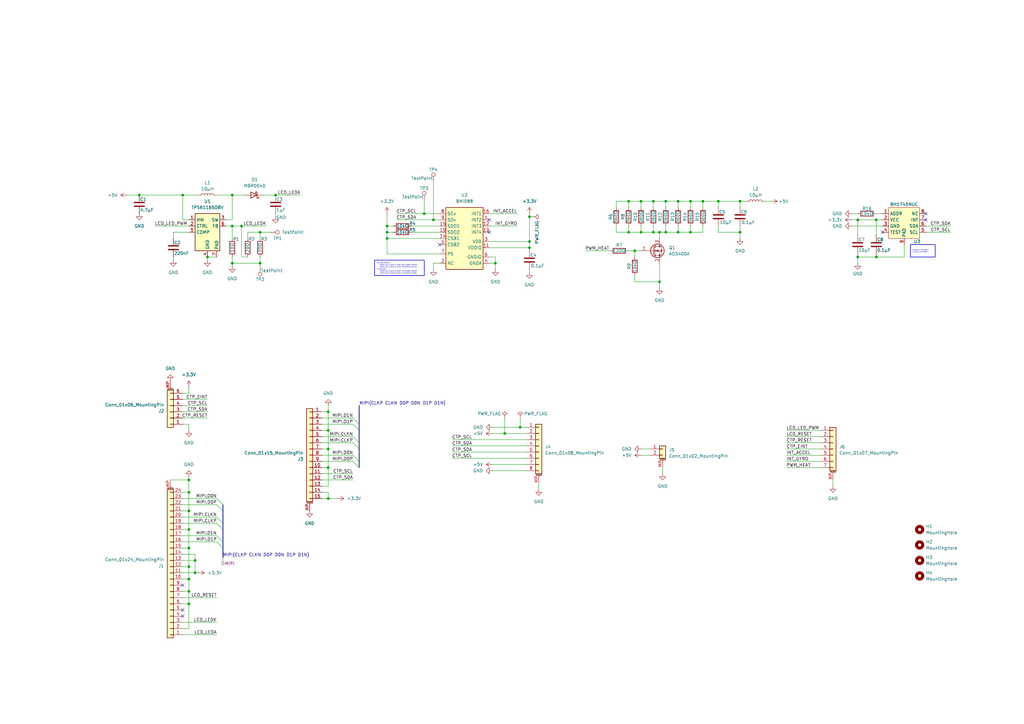
<source format=kicad_sch>
(kicad_sch (version 20250114) (generator "eeschema") (generator_version "9.0")
  (paper "A3")
  (title_block (title "ROCK_SCREEN") (date "2025-06-14"))
  (bus_alias "MIPI" (members "1" "2" "3"))
  (text_box "Address: 011100X\nX refers to ADDR" (exclude_from_sim yes) (at 373.38 100.33 0) (size 10.16 5.08) (margins 0.9525 0.9525 0.9525 0.9525) (stroke (width 0.254)) (fill (type color) (color 255 255 255 1)) (effects (font (size 0.508 0.508)) (justify left)))
  (text_box "Accelerometer:\n	SDO1 pin pulled to GND: 0011000b (0x18)\n	SDO1 pin pulled to VDD: 0011001b (0x19)\nGyroscope:\n	SDO2 pin pulled to GND: 1101000b (0x68)\n	SDO2 pin pulled to VDD: 1101001b (0x69)" (exclude_from_sim yes) (at 153.67 106.68 0) (size 20.32 6.35) (margins 0.9525 0.9525 0.9525 0.9525) (stroke (width 0.254)) (fill (type color) (color 255 255 255 1)) (effects (font (size 0.508 0.508)) (justify left)))
  (junction (at 106.68 95.25))
  (junction (at 217.17 88.9))
  (junction (at 351.79 90.17))
  (junction (at 158.75 95.25))
  (junction (at 77.47 196.85))
  (junction (at 134.62 191.77))
  (junction (at 288.29 82.55))
  (junction (at 95.25 92.71))
  (junction (at 95.25 80.01))
  (junction (at 303.53 95.25))
  (junction (at 270.51 95.25))
  (junction (at 77.47 247.65))
  (junction (at 77.47 209.55))
  (junction (at 85.09 105.41))
  (junction (at 77.47 217.17))
  (junction (at 134.62 204.47))
  (junction (at 77.47 201.93))
  (junction (at 257.81 95.25))
  (junction (at 303.53 82.55))
  (junction (at 173.99 87.63))
  (junction (at 99.06 92.71))
  (junction (at 278.13 82.55))
  (junction (at 80.01 229.87))
  (junction (at 158.75 92.71))
  (junction (at 113.03 80.01))
  (junction (at 278.13 95.25))
  (junction (at 74.93 80.01))
  (junction (at 77.47 224.79))
  (junction (at 217.17 101.6))
  (junction (at 359.41 90.17))
  (junction (at 260.35 102.87))
  (junction (at 134.62 168.91))
  (junction (at 57.15 80.01))
  (junction (at 257.81 82.55))
  (junction (at 213.36 175.26))
  (junction (at 134.62 176.53))
  (junction (at 95.25 107.95))
  (junction (at 217.17 99.06))
  (junction (at 80.01 234.95))
  (junction (at 273.05 82.55))
  (junction (at 294.64 82.55))
  (junction (at 106.68 107.95))
  (junction (at 283.21 95.25))
  (junction (at 351.79 105.41))
  (junction (at 359.41 105.41))
  (junction (at 273.05 95.25))
  (junction (at 262.89 95.25))
  (junction (at 262.89 82.55))
  (junction (at 267.97 82.55))
  (junction (at 283.21 82.55))
  (junction (at 77.47 237.49))
  (junction (at 203.2 107.95))
  (junction (at 207.01 177.8))
  (junction (at 134.62 184.15))
  (junction (at 270.51 115.57))
  (junction (at 177.8 90.17))
  (junction (at 158.75 97.79))
  (junction (at 267.97 95.25))
  (junction (at 77.47 242.57))
  (junction (at 77.47 232.41))
  (no_connect (at 180.34 100.33))
  (no_connect (at 379.73 90.17))
  (no_connect (at 74.93 250.19))
  (no_connect (at 379.73 87.63))
  (no_connect (at 74.93 252.73))
  (no_connect (at 200.66 90.17))
  (no_connect (at 74.93 240.03))
  (no_connect (at 200.66 95.25))
  (no_connect (at 361.95 95.25))
  (bus_entry (at 144.78 171.45) (size 2.54 2.54))
  (bus_entry (at 88.9 214.63) (size 2.54 2.54))
  (bus_entry (at 144.78 181.61) (size 2.54 2.54))
  (bus_entry (at 144.78 173.99) (size 2.54 2.54))
  (bus_entry (at 144.78 189.23) (size 2.54 2.54))
  (bus_entry (at 88.9 222.25) (size 2.54 2.54))
  (bus_entry (at 88.9 207.01) (size 2.54 2.54))
  (bus_entry (at 88.9 219.71) (size 2.54 2.54))
  (bus_entry (at 88.9 212.09) (size 2.54 2.54))
  (bus_entry (at 144.78 186.69) (size 2.54 2.54))
  (bus_entry (at 88.9 204.47) (size 2.54 2.54))
  (bus_entry (at 144.78 179.07) (size 2.54 2.54))
  (bus (pts (xy 147.32 184.15) (xy 147.32 189.23)))
  (wire (pts (xy 217.17 87.63) (xy 217.17 88.9)))
  (wire (pts (xy 95.25 92.71) (xy 95.25 97.79)))
  (wire (pts (xy 101.6 95.25) (xy 106.68 95.25)))
  (wire (pts (xy 132.08 196.85) (xy 144.78 196.85)))
  (wire (pts (xy 158.75 92.71) (xy 161.29 92.71)))
  (wire (pts (xy 80.01 229.87) (xy 74.93 229.87)))
  (wire (pts (xy 283.21 82.55) (xy 288.29 82.55)))
  (wire (pts (xy 158.75 87.63) (xy 158.75 92.71)))
  (wire (pts (xy 134.62 184.15) (xy 134.62 191.77)))
  (wire (pts (xy 95.25 107.95) (xy 95.25 109.22)))
  (wire (pts (xy 77.47 196.85) (xy 77.47 201.93)))
  (bus (pts (xy 91.44 217.17) (xy 91.44 222.25)))
  (wire (pts (xy 106.68 107.95) (xy 95.25 107.95)))
  (wire (pts (xy 88.9 204.47) (xy 74.93 204.47)))
  (wire (pts (xy 77.47 247.65) (xy 77.47 242.57)))
  (wire (pts (xy 134.62 204.47) (xy 134.62 201.93)))
  (wire (pts (xy 177.8 74.93) (xy 177.8 90.17)))
  (wire (pts (xy 77.47 161.29) (xy 77.47 158.75)))
  (wire (pts (xy 95.25 105.41) (xy 95.25 107.95)))
  (wire (pts (xy 99.06 92.71) (xy 109.22 92.71)))
  (wire (pts (xy 132.08 194.31) (xy 144.78 194.31)))
  (wire (pts (xy 77.47 224.79) (xy 77.47 217.17)))
  (wire (pts (xy 349.25 90.17) (xy 351.79 90.17)))
  (wire (pts (xy 283.21 95.25) (xy 288.29 95.25)))
  (wire (pts (xy 322.58 186.69) (xy 336.55 186.69)))
  (wire (pts (xy 77.47 224.79) (xy 74.93 224.79)))
  (wire (pts (xy 158.75 97.79) (xy 158.75 104.14)))
  (wire (pts (xy 110.49 95.25) (xy 106.68 95.25)))
  (wire (pts (xy 349.25 87.63) (xy 351.79 87.63)))
  (wire (pts (xy 80.01 229.87) (xy 80.01 227.33)))
  (wire (pts (xy 132.08 173.99) (xy 144.78 173.99)))
  (wire (pts (xy 162.56 90.17) (xy 177.8 90.17)))
  (wire (pts (xy 71.12 95.25) (xy 71.12 97.79)))
  (wire (pts (xy 322.58 179.07) (xy 336.55 179.07)))
  (wire (pts (xy 351.79 90.17) (xy 359.41 90.17)))
  (wire (pts (xy 322.58 191.77) (xy 336.55 191.77)))
  (wire (pts (xy 379.73 95.25) (xy 389.89 95.25)))
  (wire (pts (xy 260.35 113.03) (xy 260.35 115.57)))
  (wire (pts (xy 74.93 161.29) (xy 77.47 161.29)))
  (wire (pts (xy 252.73 82.55) (xy 257.81 82.55)))
  (wire (pts (xy 288.29 82.55) (xy 288.29 85.09)))
  (wire (pts (xy 77.47 237.49) (xy 74.93 237.49)))
  (wire (pts (xy 322.58 176.53) (xy 336.55 176.53)))
  (wire (pts (xy 77.47 201.93) (xy 74.93 201.93)))
  (wire (pts (xy 313.69 82.55) (xy 316.23 82.55)))
  (wire (pts (xy 77.47 95.25) (xy 71.12 95.25)))
  (wire (pts (xy 351.79 90.17) (xy 351.79 96.52)))
  (wire (pts (xy 359.41 90.17) (xy 361.95 90.17)))
  (wire (pts (xy 132.08 204.47) (xy 134.62 204.47)))
  (wire (pts (xy 88.9 207.01) (xy 74.93 207.01)))
  (wire (pts (xy 52.07 80.01) (xy 57.15 80.01)))
  (wire (pts (xy 379.73 92.71) (xy 389.89 92.71)))
  (wire (pts (xy 270.51 95.25) (xy 273.05 95.25)))
  (wire (pts (xy 77.47 242.57) (xy 74.93 242.57)))
  (wire (pts (xy 106.68 105.41) (xy 106.68 107.95)))
  (wire (pts (xy 218.44 88.9) (xy 217.17 88.9)))
  (wire (pts (xy 77.47 232.41) (xy 74.93 232.41)))
  (wire (pts (xy 278.13 82.55) (xy 283.21 82.55)))
  (wire (pts (xy 185.42 182.88) (xy 215.9 182.88)))
  (wire (pts (xy 262.89 95.25) (xy 262.89 92.71)))
  (wire (pts (xy 99.06 92.71) (xy 99.06 105.41)))
  (bus (pts (xy 147.32 176.53) (xy 147.32 181.61)))
  (wire (pts (xy 162.56 87.63) (xy 173.99 87.63)))
  (wire (pts (xy 217.17 99.06) (xy 217.17 101.6)))
  (wire (pts (xy 283.21 95.25) (xy 283.21 92.71)))
  (wire (pts (xy 77.47 242.57) (xy 77.47 237.49)))
  (wire (pts (xy 278.13 82.55) (xy 278.13 85.09)))
  (wire (pts (xy 359.41 90.17) (xy 359.41 96.52)))
  (wire (pts (xy 273.05 82.55) (xy 278.13 82.55)))
  (wire (pts (xy 88.9 260.35) (xy 74.93 260.35)))
  (wire (pts (xy 303.53 95.25) (xy 303.53 92.71)))
  (wire (pts (xy 217.17 101.6) (xy 200.66 101.6)))
  (wire (pts (xy 257.81 82.55) (xy 262.89 82.55)))
  (wire (pts (xy 132.08 181.61) (xy 144.78 181.61)))
  (wire (pts (xy 257.81 102.87) (xy 260.35 102.87)))
  (wire (pts (xy 85.09 168.91) (xy 74.93 168.91)))
  (wire (pts (xy 271.78 194.31) (xy 271.78 191.77)))
  (bus (pts (xy 91.44 207.01) (xy 91.44 209.55)))
  (wire (pts (xy 207.01 171.45) (xy 207.01 177.8)))
  (wire (pts (xy 107.95 80.01) (xy 113.03 80.01)))
  (wire (pts (xy 134.62 168.91) (xy 134.62 176.53)))
  (wire (pts (xy 92.71 90.17) (xy 95.25 90.17)))
  (wire (pts (xy 200.66 87.63) (xy 212.09 87.63)))
  (wire (pts (xy 77.47 195.58) (xy 77.47 196.85)))
  (wire (pts (xy 341.63 199.39) (xy 341.63 196.85)))
  (bus (pts (xy 147.32 166.37) (xy 147.32 173.99)))
  (wire (pts (xy 106.68 109.22) (xy 106.68 107.95)))
  (wire (pts (xy 260.35 102.87) (xy 262.89 102.87)))
  (wire (pts (xy 322.58 184.15) (xy 336.55 184.15)))
  (wire (pts (xy 88.9 219.71) (xy 74.93 219.71)))
  (wire (pts (xy 217.17 101.6) (xy 217.17 102.87)))
  (wire (pts (xy 158.75 92.71) (xy 158.75 95.25)))
  (wire (pts (xy 101.6 97.79) (xy 101.6 95.25)))
  (wire (pts (xy 185.42 185.42) (xy 215.9 185.42)))
  (wire (pts (xy 88.9 255.27) (xy 74.93 255.27)))
  (wire (pts (xy 134.62 201.93) (xy 132.08 201.93)))
  (wire (pts (xy 322.58 189.23) (xy 336.55 189.23)))
  (wire (pts (xy 77.47 176.53) (xy 77.47 173.99)))
  (bus (pts (xy 91.44 214.63) (xy 91.44 217.17)))
  (wire (pts (xy 217.17 111.76) (xy 217.17 110.49)))
  (bus (pts (xy 91.44 209.55) (xy 91.44 214.63)))
  (wire (pts (xy 351.79 105.41) (xy 351.79 104.14)))
  (wire (pts (xy 99.06 105.41) (xy 101.6 105.41)))
  (bus (pts (xy 147.32 181.61) (xy 147.32 184.15)))
  (wire (pts (xy 273.05 82.55) (xy 273.05 85.09)))
  (wire (pts (xy 273.05 95.25) (xy 278.13 95.25)))
  (wire (pts (xy 217.17 99.06) (xy 200.66 99.06)))
  (wire (pts (xy 85.09 163.83) (xy 74.93 163.83)))
  (wire (pts (xy 288.29 95.25) (xy 288.29 92.71)))
  (wire (pts (xy 113.03 80.01) (xy 123.19 80.01)))
  (wire (pts (xy 252.73 95.25) (xy 252.73 92.71)))
  (wire (pts (xy 294.64 85.09) (xy 294.64 82.55)))
  (wire (pts (xy 200.66 107.95) (xy 203.2 107.95)))
  (wire (pts (xy 80.01 227.33) (xy 74.93 227.33)))
  (wire (pts (xy 185.42 187.96) (xy 215.9 187.96)))
  (wire (pts (xy 303.53 85.09) (xy 303.53 82.55)))
  (bus (pts (xy 147.32 173.99) (xy 147.32 176.53)))
  (wire (pts (xy 270.51 95.25) (xy 270.51 97.79)))
  (wire (pts (xy 80.01 234.95) (xy 80.01 229.87)))
  (wire (pts (xy 201.93 193.04) (xy 215.9 193.04)))
  (wire (pts (xy 294.64 95.25) (xy 303.53 95.25)))
  (wire (pts (xy 270.51 118.11) (xy 270.51 115.57)))
  (wire (pts (xy 77.47 257.81) (xy 77.47 247.65)))
  (wire (pts (xy 220.98 200.66) (xy 220.98 198.12)))
  (wire (pts (xy 173.99 87.63) (xy 180.34 87.63)))
  (wire (pts (xy 180.34 107.95) (xy 177.8 107.95)))
  (wire (pts (xy 77.47 217.17) (xy 74.93 217.17)))
  (wire (pts (xy 134.62 191.77) (xy 134.62 199.39)))
  (wire (pts (xy 267.97 95.25) (xy 267.97 92.71)))
  (wire (pts (xy 370.84 105.41) (xy 359.41 105.41)))
  (wire (pts (xy 267.97 95.25) (xy 270.51 95.25)))
  (wire (pts (xy 267.97 82.55) (xy 267.97 85.09)))
  (wire (pts (xy 370.84 100.33) (xy 370.84 105.41)))
  (wire (pts (xy 303.53 82.55) (xy 294.64 82.55)))
  (wire (pts (xy 303.53 97.79) (xy 303.53 95.25)))
  (wire (pts (xy 349.25 92.71) (xy 361.95 92.71)))
  (wire (pts (xy 134.62 176.53) (xy 134.62 184.15)))
  (wire (pts (xy 262.89 184.15) (xy 266.7 184.15)))
  (wire (pts (xy 85.09 106.68) (xy 85.09 105.41)))
  (wire (pts (xy 351.79 107.95) (xy 351.79 105.41)))
  (wire (pts (xy 77.47 217.17) (xy 77.47 209.55)))
  (wire (pts (xy 158.75 95.25) (xy 158.75 97.79)))
  (wire (pts (xy 77.47 209.55) (xy 77.47 201.93)))
  (wire (pts (xy 92.71 92.71) (xy 95.25 92.71)))
  (wire (pts (xy 267.97 82.55) (xy 273.05 82.55)))
  (wire (pts (xy 177.8 90.17) (xy 180.34 90.17)))
  (wire (pts (xy 77.47 237.49) (xy 77.47 232.41)))
  (wire (pts (xy 168.91 95.25) (xy 180.34 95.25)))
  (wire (pts (xy 88.9 80.01) (xy 95.25 80.01)))
  (wire (pts (xy 81.28 234.95) (xy 80.01 234.95)))
  (wire (pts (xy 203.2 107.95) (xy 203.2 110.49)))
  (wire (pts (xy 262.89 82.55) (xy 262.89 85.09)))
  (wire (pts (xy 74.93 80.01) (xy 81.28 80.01)))
  (wire (pts (xy 201.93 190.5) (xy 215.9 190.5)))
  (wire (pts (xy 273.05 95.25) (xy 273.05 92.71)))
  (wire (pts (xy 252.73 82.55) (xy 252.73 85.09)))
  (wire (pts (xy 88.9 222.25) (xy 74.93 222.25)))
  (wire (pts (xy 134.62 166.37) (xy 134.62 168.91)))
  (wire (pts (xy 185.42 180.34) (xy 215.9 180.34)))
  (wire (pts (xy 158.75 104.14) (xy 180.34 104.14)))
  (wire (pts (xy 77.47 247.65) (xy 74.93 247.65)))
  (wire (pts (xy 168.91 92.71) (xy 180.34 92.71)))
  (wire (pts (xy 257.81 95.25) (xy 262.89 95.25)))
  (wire (pts (xy 262.89 82.55) (xy 267.97 82.55)))
  (wire (pts (xy 134.62 204.47) (xy 138.43 204.47)))
  (wire (pts (xy 278.13 95.25) (xy 283.21 95.25)))
  (bus (pts (xy 147.32 189.23) (xy 147.32 191.77)))
  (wire (pts (xy 257.81 82.55) (xy 257.81 85.09)))
  (wire (pts (xy 207.01 177.8) (xy 215.9 177.8)))
  (bus (pts (xy 91.44 228.6) (xy 91.44 224.79)))
  (wire (pts (xy 77.47 209.55) (xy 74.93 209.55)))
  (wire (pts (xy 132.08 186.69) (xy 144.78 186.69)))
  (wire (pts (xy 260.35 115.57) (xy 270.51 115.57)))
  (wire (pts (xy 158.75 97.79) (xy 180.34 97.79)))
  (wire (pts (xy 132.08 189.23) (xy 144.78 189.23)))
  (wire (pts (xy 359.41 87.63) (xy 361.95 87.63)))
  (wire (pts (xy 85.09 105.41) (xy 88.9 105.41)))
  (wire (pts (xy 132.08 171.45) (xy 144.78 171.45)))
  (bus (pts (xy 91.44 222.25) (xy 91.44 224.79)))
  (wire (pts (xy 57.15 80.01) (xy 74.93 80.01)))
  (wire (pts (xy 213.36 171.45) (xy 213.36 175.26)))
  (wire (pts (xy 262.89 186.69) (xy 266.7 186.69)))
  (wire (pts (xy 71.12 106.68) (xy 71.12 105.41)))
  (wire (pts (xy 132.08 168.91) (xy 134.62 168.91)))
  (wire (pts (xy 252.73 95.25) (xy 257.81 95.25)))
  (wire (pts (xy 213.36 175.26) (xy 215.9 175.26)))
  (wire (pts (xy 351.79 105.41) (xy 359.41 105.41)))
  (wire (pts (xy 113.03 88.9) (xy 113.03 87.63)))
  (wire (pts (xy 132.08 199.39) (xy 134.62 199.39)))
  (wire (pts (xy 74.93 90.17) (xy 74.93 80.01)))
  (wire (pts (xy 294.64 82.55) (xy 288.29 82.55)))
  (wire (pts (xy 132.08 179.07) (xy 144.78 179.07)))
  (wire (pts (xy 132.08 176.53) (xy 134.62 176.53)))
  (wire (pts (xy 132.08 191.77) (xy 134.62 191.77)))
  (wire (pts (xy 95.25 90.17) (xy 95.25 80.01)))
  (wire (pts (xy 240.03 102.87) (xy 250.19 102.87)))
  (wire (pts (xy 95.25 80.01) (xy 100.33 80.01)))
  (wire (pts (xy 106.68 95.25) (xy 106.68 97.79)))
  (wire (pts (xy 74.93 173.99) (xy 77.47 173.99)))
  (wire (pts (xy 262.89 95.25) (xy 267.97 95.25)))
  (wire (pts (xy 283.21 82.55) (xy 283.21 85.09)))
  (wire (pts (xy 201.93 177.8) (xy 207.01 177.8)))
  (wire (pts (xy 88.9 212.09) (xy 74.93 212.09)))
  (wire (pts (xy 77.47 257.81) (xy 74.93 257.81)))
  (wire (pts (xy 95.25 92.71) (xy 99.06 92.71)))
  (wire (pts (xy 80.01 234.95) (xy 74.93 234.95)))
  (wire (pts (xy 260.35 102.87) (xy 260.35 105.41)))
  (wire (pts (xy 77.47 90.17) (xy 74.93 90.17)))
  (wire (pts (xy 177.8 107.95) (xy 177.8 110.49)))
  (wire (pts (xy 322.58 181.61) (xy 336.55 181.61)))
  (wire (pts (xy 173.99 82.55) (xy 173.99 87.63)))
  (wire (pts (xy 200.66 92.71) (xy 212.09 92.71)))
  (wire (pts (xy 217.17 88.9) (xy 217.17 99.06)))
  (wire (pts (xy 85.09 171.45) (xy 74.93 171.45)))
  (wire (pts (xy 294.64 95.25) (xy 294.64 92.71)))
  (wire (pts (xy 69.85 196.85) (xy 77.47 196.85)))
  (wire (pts (xy 200.66 105.41) (xy 203.2 105.41)))
  (wire (pts (xy 85.09 166.37) (xy 74.93 166.37)))
  (wire (pts (xy 201.93 175.26) (xy 213.36 175.26)))
  (wire (pts (xy 278.13 95.25) (xy 278.13 92.71)))
  (wire (pts (xy 132.08 184.15) (xy 134.62 184.15)))
  (wire (pts (xy 203.2 105.41) (xy 203.2 107.95)))
  (wire (pts (xy 88.9 245.11) (xy 74.93 245.11)))
  (wire (pts (xy 88.9 214.63) (xy 74.93 214.63)))
  (wire (pts (xy 359.41 104.14) (xy 359.41 105.41)))
  (wire (pts (xy 77.47 92.71) (xy 63.5 92.71)))
  (wire (pts (xy 257.81 95.25) (xy 257.81 92.71)))
  (wire (pts (xy 270.51 107.95) (xy 270.51 115.57)))
  (wire (pts (xy 158.75 95.25) (xy 161.29 95.25)))
  (wire (pts (xy 303.53 82.55) (xy 306.07 82.55)))
  (wire (pts (xy 77.47 232.41) (xy 77.47 224.79)))
  (label "INT_ACCEL" (at 212.09 87.63 180))
  (label "LCD_RESET" (at 322.58 179.07 0))
  (label "CTP_SDA" (at 389.89 92.71 180))
  (label "LCD_RESET" (at 88.9 245.11 180))
  (label "CTP_SDA" (at 162.56 90.17 0))
  (label "CTP_SCL" (at 185.42 180.34 0))
  (label "MIPI.D1N" (at 144.78 171.45 180))
  (label "INT_ACCEL" (at 322.58 186.69 0))
  (label "PWM_HEAT" (at 322.58 191.77 0))
  (label "MIPI.CLKP" (at 144.78 181.61 180))
  (label "CTP_SDA" (at 185.42 182.88 0))
  (label "CTP_SDA" (at 85.09 168.91 180))
  (label "LCD_LEDA" (at 123.19 80.01 180))
  (label "MIPI.D0N" (at 144.78 186.69 180))
  (label "LCD_LEDK" (at 88.9 255.27 180))
  (label "MIPI.D1N" (at 88.9 219.71 180))
  (label "MIPI.D0N" (at 88.9 204.47 180))
  (label "CTP_EINT" (at 85.09 163.83 180))
  (label "CTP_SCL" (at 144.78 194.31 180))
  (label "MIPI.D1P" (at 144.78 173.99 180))
  (label "MIPI.CLKP" (at 88.9 214.63 180))
  (label "CTP_SCL" (at 85.09 166.37 180))
  (label "CTP_EINT" (at 322.58 184.15 0))
  (label "CTP_SDA" (at 185.42 185.42 0))
  (label "CTP_SCL" (at 162.56 87.63 0))
  (label "MIPI.CLKN" (at 88.9 212.09 180))
  (label "CTP_RESET" (at 85.09 171.45 180))
  (label "CTP_SCL" (at 389.89 95.25 180))
  (label "MIPI{CLKP CLKN D0P D0N D1P D1N} " (at 147.32 166.37 0))
  (label "LCD_LEDA" (at 88.9 260.35 180))
  (label "INT_GYRO" (at 212.09 92.71 180))
  (label "MIPI.D1P" (at 88.9 222.25 180))
  (label "MIPI.D0P" (at 144.78 189.23 180))
  (label "CTP_SDA" (at 144.78 196.85 180))
  (label "LCD_LEDK" (at 109.22 92.71 180))
  (label "LCD_LED_PWM" (at 63.5 92.71 0))
  (label "CTP_RESET" (at 322.58 181.61 0))
  (label "INT_GYRO" (at 322.58 189.23 0))
  (label "MIPI{CLKP CLKN D0P D0N D1P D1N} " (at 91.44 228.6 0))
  (label "MIPI.CLKN" (at 144.78 179.07 180))
  (label "CTP_SCL" (at 185.42 187.96 0))
  (label "MIPI.D0P" (at 88.9 207.01 180))
  (label "LCD_LED_PWM" (at 322.58 176.53 0))
  (label "PWM_HEAT" (at 240.03 102.87 0))
  (netclass_flag "" (length 2.54) (shape round) (at 91.44 228.6 180) (property "Netclass" "MIPI" (at 92.1385 231.14 0) (effects (justify left))))
  (symbol (lib_id "Connector:TestPoint") (at 110.49 95.25 270) (unit 1)
    (property "Reference" "TP1" (at 112.014 97.79 90) (effects (justify left)))
    (property "Value" "TestPoint" (at 115.57 95.25 90) (effects (justify left)))
    (property "Footprint" "TestPoint:TestPoint_Pad_D1.0mm" (effects (hide yes)))
    (property "Description" "test point" (effects (hide yes)))
  )
  (symbol (lib_id "Device:R") (at 283.21 88.9 180) (unit 1)
    (property "Reference" "R14" (at 280.924 88.9 90))
    (property "Value" "360Ω" (at 283.21 88.9 90))
    (property "Footprint" "Resistor_SMD:R_0402_1005Metric" (effects (hide yes)))
    (property "Description" "Resistor" (effects (hide yes)))
  )
  (symbol (lib_id "power:+3.3V") (at 349.25 90.17 90) (unit 1)
    (property "Reference" "#PWR032" (effects (hide yes)))
    (property "Value" "+3.3V" (at 345.44 90.1699 90) (effects (justify left)))
    (property "Description" "Power symbol creates a global label with name \"+3.3V\"" (effects (hide yes)))
  )
  (symbol (lib_id "power:GND") (at 77.47 195.58 180) (unit 1)
    (property "Reference" "#PWR07" (effects (hide yes)))
    (property "Value" "GND" (at 77.47 190.5 0))
    (property "Description" "Power symbol creates a global label with name \"GND\" , ground" (effects (hide yes)))
  )
  (symbol (lib_id "power:+5V") (at 201.93 177.8 90) (unit 1)
    (property "Reference" "#PWR024" (effects (hide yes)))
    (property "Value" "+5V" (at 198.12 177.7999 90) (effects (justify left)))
    (property "Description" "Power symbol creates a global label with name \"+5V\"" (effects (hide yes)))
  )
  (symbol (lib_id "Device:R") (at 260.35 109.22 180) (unit 1)
    (property "Reference" "R9" (at 258.064 109.22 90))
    (property "Value" "10kΩ" (at 260.35 109.22 90))
    (property "Footprint" "Resistor_SMD:R_0402_1005Metric" (effects (hide yes)))
    (property "Description" "Resistor" (effects (hide yes)))
  )
  (symbol (lib_id "power:GND") (at 270.51 118.11 0) (unit 1)
    (property "Reference" "#PWR020" (effects (hide yes)))
    (property "Value" "GND" (at 270.51 123.19 0))
    (property "Description" "Power symbol creates a global label with name \"GND\" , ground" (effects (hide yes)))
  )
  (symbol (lib_id "Device:R") (at 95.25 101.6 0) (unit 1)
    (property "Reference" "R1" (at 95.504 98.044 0) (effects (justify left)))
    (property "Value" "10Ω" (at 95.25 103.632 90) (effects (justify left)))
    (property "Footprint" "Resistor_SMD:R_0402_1005Metric" (effects (hide yes)))
    (property "Description" "Resistor" (effects (hide yes)))
  )
  (symbol (lib_id "power:+3.3V") (at 158.75 87.63 0) (unit 1)
    (property "Reference" "#PWR015" (effects (hide yes)))
    (property "Value" "+3.3V" (at 158.75 82.55 0))
    (property "Description" "Power symbol creates a global label with name \"+3.3V\"" (effects (hide yes)))
  )
  (symbol (lib_id "Connector:TestPoint") (at 173.99 82.55 0) (unit 1)
    (property "Reference" "TP3" (at 175.768 77.216 0) (effects (justify right)))
    (property "Value" "TestPoint" (at 173.736 80.772 0) (effects (justify right)))
    (property "Footprint" "TestPoint:TestPoint_Pad_D1.0mm" (effects (hide yes)))
    (property "Description" "test point" (effects (hide yes)))
  )
  (symbol (lib_id "Device:R") (at 257.81 88.9 180) (unit 1)
    (property "Reference" "R8" (at 255.524 88.9 90))
    (property "Value" "360Ω" (at 257.81 88.9 90))
    (property "Footprint" "Resistor_SMD:R_0402_1005Metric" (effects (hide yes)))
    (property "Description" "Resistor" (effects (hide yes)))
  )
  (symbol (lib_id "power:+5V") (at 262.89 186.69 90) (unit 1)
    (property "Reference" "#PWR029" (effects (hide yes)))
    (property "Value" "+5V" (at 259.08 186.6899 90) (effects (justify left)))
    (property "Description" "Power symbol creates a global label with name \"+5V\"" (effects (hide yes)))
  )
  (symbol (lib_id "Device:C") (at 359.41 100.33 0) (unit 1)
    (property "Reference" "C8" (at 359.664 98.298 0) (effects (justify left)))
    (property "Value" "0.1µF" (at 359.664 102.616 0) (effects (justify left)))
    (property "Footprint" "Capacitor_SMD:C_0402_1005Metric" (effects (hide yes)))
    (property "Description" "Unpolarized capacitor" (effects (hide yes)))
  )
  (symbol (lib_id "power:+3.3V") (at 81.28 234.95 270) (unit 1)
    (property "Reference" "#PWR08" (effects (hide yes)))
    (property "Value" "+3.3V" (at 85.09 234.9501 90) (effects (justify left)))
    (property "Description" "Power symbol creates a global label with name \"+3.3V\"" (effects (hide yes)))
  )
  (symbol (lib_id "Device:C") (at 71.12 101.6 0) (unit 1)
    (property "Reference" "C2" (at 71.374 99.568 0) (effects (justify left)))
    (property "Value" "220nF" (at 71.374 103.886 0) (effects (justify left)))
    (property "Footprint" "Capacitor_SMD:C_0402_1005Metric" (effects (hide yes)))
    (property "Description" "Unpolarized capacitor" (effects (hide yes)))
  )
  (symbol (lib_id "power:+5V") (at 201.93 190.5 90) (unit 1)
    (property "Reference" "#PWR025" (effects (hide yes)))
    (property "Value" "+5V" (at 198.12 190.4999 90) (effects (justify left)))
    (property "Description" "Power symbol creates a global label with name \"+5V\"" (effects (hide yes)))
  )
  (symbol (lib_id "power:GND") (at 69.85 156.21 180) (unit 1)
    (property "Reference" "#PWR09" (effects (hide yes)))
    (property "Value" "GND" (at 69.85 151.13 0))
    (property "Description" "Power symbol creates a global label with name \"GND\" , ground" (effects (hide yes)))
  )
  (symbol (lib_id "power:GND") (at 351.79 107.95 0) (mirror y) (unit 1)
    (property "Reference" "#PWR034" (effects (hide yes)))
    (property "Value" "GND" (at 349.758 112.268 0) (effects (justify right)))
    (property "Description" "Power symbol creates a global label with name \"GND\" , ground" (effects (hide yes)))
  )
  (symbol (lib_id "Device:C") (at 351.79 100.33 0) (unit 1)
    (property "Reference" "C7" (at 352.044 98.298 0) (effects (justify left)))
    (property "Value" "10µF" (at 352.044 102.616 0) (effects (justify left)))
    (property "Footprint" "Capacitor_SMD:C_0402_1005Metric" (effects (hide yes)))
    (property "Description" "Unpolarized capacitor" (effects (hide yes)))
  )
  (symbol (lib_id "Diode:MBR0540") (at 104.14 80.01 180) (unit 1)
    (property "Reference" "D1" (at 104.4575 73.66 0))
    (property "Value" "MBR0540" (at 104.4575 76.2 0))
    (property "Footprint" "Diode_SMD:D_SOD-123" (effects (hide yes)))
    (property "Datasheet" "http://www.mccsemi.com/up_pdf/MBR0520~MBR0580(SOD123).pdf" (effects (hide yes)))
    (property "Description" "40V 0.5A Schottky Power Rectifier Diode, SOD-123" (effects (hide yes)))
  )
  (symbol (lib_id "power:GND") (at 220.98 200.66 0) (unit 1)
    (property "Reference" "#PWR027" (effects (hide yes)))
    (property "Value" "GND" (at 220.98 205.74 0))
    (property "Description" "Power symbol creates a global label with name \"GND\" , ground" (effects (hide yes)))
  )
  (symbol (lib_id "Connector:TestPoint") (at 177.8 74.93 0) (unit 1)
    (property "Reference" "TP4" (at 179.578 69.596 0) (effects (justify right)))
    (property "Value" "TestPoint" (at 177.546 73.152 0) (effects (justify right)))
    (property "Footprint" "TestPoint:TestPoint_Pad_D1.0mm" (effects (hide yes)))
    (property "Description" "test point" (effects (hide yes)))
  )
  (symbol (lib_id "power:GND") (at 349.25 92.71 270) (mirror x) (unit 1)
    (property "Reference" "#PWR033" (effects (hide yes)))
    (property "Value" "GND" (at 345.44 92.7101 90) (effects (justify right)))
    (property "Description" "Power symbol creates a global label with name \"GND\" , ground" (effects (hide yes)))
  )
  (symbol (lib_id "Device:R") (at 262.89 88.9 180) (unit 1)
    (property "Reference" "R10" (at 260.604 88.9 90))
    (property "Value" "360Ω" (at 262.89 88.9 90))
    (property "Footprint" "Resistor_SMD:R_0402_1005Metric" (effects (hide yes)))
    (property "Description" "Resistor" (effects (hide yes)))
  )
  (symbol (lib_id "Device:C") (at 57.15 83.82 0) (unit 1)
    (property "Reference" "C1" (at 57.404 81.788 0) (effects (justify left)))
    (property "Value" "4.7µF" (at 57.404 86.106 0) (effects (justify left)))
    (property "Footprint" "Capacitor_SMD:C_0402_1005Metric" (effects (hide yes)))
    (property "Description" "Unpolarized capacitor" (effects (hide yes)))
  )
  (symbol (lib_id "Device:C") (at 217.17 106.68 0) (unit 1)
    (property "Reference" "C4" (at 217.424 104.648 0) (effects (justify left)))
    (property "Value" "0.1μF" (at 217.678 108.966 0) (effects (justify left)))
    (property "Footprint" "Capacitor_SMD:C_0402_1005Metric" (effects (hide yes)))
    (property "Description" "Unpolarized capacitor" (effects (hide yes)))
  )
  (symbol (lib_id "Connector_Generic_MountingPin:Conn_01x24_MountingPin") (at 69.85 232.41 180) (unit 1)
    (property "Reference" "J1" (at 67.31 232.0545 0) (effects (justify left)))
    (property "Value" "Conn_01x24_MountingPin" (at 67.31 229.5145 0) (effects (justify left)))
    (property "Footprint" "Connector_FFC-FPC:Jushuo_AFC07-S24FCA-00_1x24-1MP_P0.50_Horizontal" (effects (hide yes)))
    (property "Description" "Generic connectable mounting pin connector, single row, 01x24, script generated (kicad-library-utils/schlib/autogen/connector/)" (effects (hide yes)))
  )
  (symbol (lib_id "power:GND") (at 95.25 109.22 0) (unit 1)
    (property "Reference" "#PWR05" (effects (hide yes)))
    (property "Value" "GND" (at 95.25 114.3 0))
    (property "Description" "Power symbol creates a global label with name \"GND\" , ground" (effects (hide yes)))
  )
  (symbol (lib_id "Device:R") (at 273.05 88.9 180) (unit 1)
    (property "Reference" "R12" (at 270.764 88.9 90))
    (property "Value" "360Ω" (at 273.05 88.9 90))
    (property "Footprint" "Resistor_SMD:R_0402_1005Metric" (effects (hide yes)))
    (property "Description" "Resistor" (effects (hide yes)))
  )
  (symbol (lib_id "power:GND") (at 177.8 110.49 0) (unit 1)
    (property "Reference" "#PWR016" (effects (hide yes)))
    (property "Value" "GND" (at 177.8 115.57 0))
    (property "Description" "Power symbol creates a global label with name \"GND\" , ground" (effects (hide yes)))
  )
  (symbol (lib_id "Mechanical:MountingHole") (at 377.19 223.52 0) (unit 1) (in_bom no)
    (property "Reference" "H2" (at 379.73 222.2499 0) (effects (justify left)))
    (property "Value" "MountingHole" (at 379.73 224.7899 0) (effects (justify left)))
    (property "Footprint" "MountingHole:MountingHole_2.7mm_M2.5_ISO14580" (effects (hide yes)))
    (property "Description" "Mounting Hole without connection" (effects (hide yes)))
  )
  (symbol (lib_id "Device:R") (at 101.6 101.6 0) (unit 1)
    (property "Reference" "R2" (at 101.854 98.044 0) (effects (justify left)))
    (property "Value" "20Ω" (at 101.6 103.632 90) (effects (justify left)))
    (property "Footprint" "Resistor_SMD:R_0402_1005Metric" (effects (hide yes)))
    (property "Description" "Resistor" (effects (hide yes)))
  )
  (symbol (lib_id "Device:R") (at 252.73 88.9 180) (unit 1)
    (property "Reference" "R6" (at 250.444 88.9 90))
    (property "Value" "360Ω" (at 252.73 88.9 90))
    (property "Footprint" "Resistor_SMD:R_0402_1005Metric" (effects (hide yes)))
    (property "Description" "Resistor" (effects (hide yes)))
  )
  (symbol (lib_id "Connector_Generic_MountingPin:Conn_01x15_MountingPin") (at 127 186.69 0) (mirror y) (unit 1)
    (property "Reference" "J3" (at 124.46 188.3157 0) (effects (justify left)))
    (property "Value" "Conn_01x15_MountingPin" (at 124.46 185.7757 0) (effects (justify left)))
    (property "Footprint" "Connector_FFC-FPC:JUSHUO_AFA07-S15FCA-00_1x15-1MP_P1.0mm_Horizontal" (effects (hide yes)))
    (property "Description" "Generic connectable mounting pin connector, single row, 01x15, script generated (kicad-library-utils/schlib/autogen/connector/)" (effects (hide yes)))
  )
  (symbol (lib_id "power:GND") (at 127 209.55 0) (unit 1)
    (property "Reference" "#PWR012" (effects (hide yes)))
    (property "Value" "GND" (at 127 214.63 0))
    (property "Description" "Power symbol creates a global label with name \"GND\" , ground" (effects (hide yes)))
  )
  (symbol (lib_id "power:GND") (at 77.47 176.53 0) (unit 1)
    (property "Reference" "#PWR011" (effects (hide yes)))
    (property "Value" "GND" (at 77.47 181.61 0))
    (property "Description" "Power symbol creates a global label with name \"GND\" , ground" (effects (hide yes)))
  )
  (symbol (lib_id "power:GND") (at 134.62 166.37 180) (unit 1)
    (property "Reference" "#PWR013" (effects (hide yes)))
    (property "Value" "GND" (at 134.62 161.29 0))
    (property "Description" "Power symbol creates a global label with name \"GND\" , ground" (effects (hide yes)))
  )
  (symbol (lib_id "power:GND") (at 341.63 199.39 0) (unit 1)
    (property "Reference" "#PWR035" (effects (hide yes)))
    (property "Value" "GND" (at 341.63 204.47 0))
    (property "Description" "Power symbol creates a global label with name \"GND\" , ground" (effects (hide yes)))
  )
  (symbol (lib_id "power:GND") (at 203.2 110.49 0) (unit 1)
    (property "Reference" "#PWR017" (effects (hide yes)))
    (property "Value" "GND" (at 203.2 115.57 0))
    (property "Description" "Power symbol creates a global label with name \"GND\" , ground" (effects (hide yes)))
  )
  (symbol (lib_id "Device:L") (at 85.09 80.01 90) (unit 1)
    (property "Reference" "L1" (at 85.09 74.93 90))
    (property "Value" "10µH" (at 85.09 77.47 90))
    (property "Footprint" "Inductor_SMD_Wurth:L_Wurth_WE-LQSH-2512" (effects (hide yes)))
    (property "Description" "Inductor" (effects (hide yes)))
  )
  (symbol (lib_id "Connector_Generic_MountingPin:Conn_01x02_MountingPin") (at 271.78 184.15 0) (unit 1)
    (property "Reference" "J5" (at 274.32 184.5055 0) (effects (justify left)))
    (property "Value" "Conn_01x02_MountingPin" (at 274.32 187.0455 0) (effects (justify left)))
    (property "Footprint" "Connector_JST:JST_GH_SM02B-GHS-TB_1x02-1MP_P1.25mm_Horizontal" (effects (hide yes)))
    (property "Description" "Generic connectable mounting pin connector, single row, 01x02, script generated (kicad-library-utils/schlib/autogen/connector/)" (effects (hide yes)))
  )
  (symbol (lib_id "power:GND") (at 201.93 175.26 270) (unit 1)
    (property "Reference" "#PWR023" (effects (hide yes)))
    (property "Value" "GND" (at 198.12 175.2599 90) (effects (justify right)))
    (property "Description" "Power symbol creates a global label with name \"GND\" , ground" (effects (hide yes)))
  )
  (symbol (lib_id "power:GND") (at 217.17 111.76 0) (unit 1)
    (property "Reference" "#PWR019" (effects (hide yes)))
    (property "Value" "GND" (at 217.17 116.84 0))
    (property "Description" "Power symbol creates a global label with name \"GND\" , ground" (effects (hide yes)))
  )
  (symbol (lib_id "Mechanical:MountingHole") (at 377.19 236.22 0) (unit 1) (in_bom no)
    (property "Reference" "H4" (at 379.73 234.9499 0) (effects (justify left)))
    (property "Value" "MountingHole" (at 379.73 237.4899 0) (effects (justify left)))
    (property "Footprint" "MountingHole:MountingHole_2.7mm_M2.5_ISO14580" (effects (hide yes)))
    (property "Description" "Mounting Hole without connection" (effects (hide yes)))
  )
  (symbol (lib_id "Connector_Generic_MountingPin:Conn_01x08_MountingPin") (at 220.98 182.88 0) (unit 1)
    (property "Reference" "J4" (at 223.52 183.2355 0) (effects (justify left)))
    (property "Value" "Conn_01x08_MountingPin" (at 223.52 185.7755 0) (effects (justify left)))
    (property "Footprint" "Connector_FFC-FPC:TE_0-1734839-8_1x08-1MP_P0.5mm_Horizontal" (effects (hide yes)))
    (property "Description" "Generic connectable mounting pin connector, single row, 01x08, script generated (kicad-library-utils/schlib/autogen/connector/)" (effects (hide yes)))
  )
  (symbol (lib_id "power:+5V") (at 52.07 80.01 90) (unit 1)
    (property "Reference" "#PWR01" (effects (hide yes)))
    (property "Value" "+5V" (at 48.26 80.0099 90) (effects (justify left)))
    (property "Description" "Power symbol creates a global label with name \"+5V\"" (effects (hide yes)))
  )
  (symbol (lib_id "Connector_Generic_MountingPin:Conn_01x07_MountingPin") (at 341.63 184.15 0) (unit 1)
    (property "Reference" "J6" (at 344.17 183.2355 0) (effects (justify left)))
    (property "Value" "Conn_01x07_MountingPin" (at 344.17 185.7755 0) (effects (justify left)))
    (property "Footprint" "Connector_JST:JST_GH_SM07B-GHS-TB_1x07-1MP_P1.25mm_Horizontal" (effects (hide yes)))
    (property "Description" "Generic connectable mounting pin connector, single row, 01x07, script generated (kicad-library-utils/schlib/autogen/connector/)" (effects (hide yes)))
  )
  (symbol (lib_id "power:GND") (at 271.78 194.31 0) (unit 1)
    (property "Reference" "#PWR030" (effects (hide yes)))
    (property "Value" "GND" (at 271.78 199.39 0))
    (property "Description" "Power symbol creates a global label with name \"GND\" , ground" (effects (hide yes)))
  )
  (symbol (lib_id "Device:R") (at 165.1 95.25 90) (unit 1)
    (property "Reference" "R5" (at 169.164 94.234 90))
    (property "Value" "10kΩ" (at 165.1 95.25 90))
    (property "Footprint" "Resistor_SMD:R_0402_1005Metric" (effects (hide yes)))
    (property "Description" "Resistor" (effects (hide yes)))
  )
  (symbol (lib_id "Device:R") (at 355.6 87.63 90) (unit 1)
    (property "Reference" "R16" (at 355.6 85.598 90))
    (property "Value" "10kΩ" (at 355.6 87.63 90))
    (property "Footprint" "Resistor_SMD:R_0402_1005Metric" (effects (hide yes)))
    (property "Description" "Resistor" (effects (hide yes)))
  )
  (symbol (lib_id "Mechanical:MountingHole") (at 377.19 229.87 0) (unit 1) (in_bom no)
    (property "Reference" "H3" (at 379.73 228.5999 0) (effects (justify left)))
    (property "Value" "MountingHole" (at 379.73 231.1399 0) (effects (justify left)))
    (property "Footprint" "MountingHole:MountingHole_2.7mm_M2.5_ISO14580" (effects (hide yes)))
    (property "Description" "Mounting Hole without connection" (effects (hide yes)))
  )
  (symbol (lib_id "power:+3.3V") (at 77.47 158.75 0) (unit 1)
    (property "Reference" "#PWR010" (effects (hide yes)))
    (property "Value" "+3.3V" (at 77.47 153.67 0))
    (property "Description" "Power symbol creates a global label with name \"+3.3V\"" (effects (hide yes)))
  )
  (symbol (lib_id "Device:R") (at 288.29 88.9 180) (unit 1)
    (property "Reference" "R15" (at 286.004 88.9 90))
    (property "Value" "360Ω" (at 288.29 88.9 90))
    (property "Footprint" "Resistor_SMD:R_0402_1005Metric" (effects (hide yes)))
    (property "Description" "Resistor" (effects (hide yes)))
  )
  (symbol (lib_id "power:+3.3V") (at 138.43 204.47 270) (unit 1)
    (property "Reference" "#PWR014" (effects (hide yes)))
    (property "Value" "+3.3V" (at 142.24 204.4699 90) (effects (justify left)))
    (property "Description" "Power symbol creates a global label with name \"+3.3V\"" (effects (hide yes)))
  )
  (symbol (lib_id "Connector:TestPoint") (at 106.68 109.22 180) (unit 1)
    (property "Reference" "TP2" (at 104.902 114.554 0) (effects (justify right)))
    (property "Value" "TestPoint" (at 106.934 110.998 0) (effects (justify right)))
    (property "Footprint" "TestPoint:TestPoint_Pad_D1.0mm" (effects (hide yes)))
    (property "Description" "test point" (effects (hide yes)))
  )
  (symbol (lib_id "Device:C") (at 294.64 88.9 0) (unit 1)
    (property "Reference" "C5" (at 294.894 86.868 0) (effects (justify left)))
    (property "Value" "10μF" (at 295.148 91.186 0) (effects (justify left)))
    (property "Footprint" "Capacitor_SMD:C_0402_1005Metric" (effects (hide yes)))
    (property "Description" "Unpolarized capacitor" (effects (hide yes)))
  )
  (symbol (lib_id "Device:C") (at 303.53 88.9 0) (unit 1)
    (property "Reference" "C6" (at 303.784 86.868 0) (effects (justify left)))
    (property "Value" "0.1μF" (at 304.038 91.186 0) (effects (justify left)))
    (property "Footprint" "Capacitor_SMD:C_0402_1005Metric" (effects (hide yes)))
    (property "Description" "Unpolarized capacitor" (effects (hide yes)))
  )
  (symbol (lib_id "Artix_Library:BH1745NUC") (at 370.84 91.44 0) (unit 1)
    (property "Reference" "U3" (at 376.174 99.06 0))
    (property "Value" "BH1745NUC" (at 370.84 83.82 0))
    (property "Footprint" "Package_SON:WSON-8-1EP_2x2mm_P0.5mm_EP0.9x1.6mm" (effects (hide yes)))
    (property "Description" "RGB color sensor" (effects (hide yes)))
  )
  (symbol (lib_id "Device:R") (at 165.1 92.71 90) (unit 1)
    (property "Reference" "R4" (at 169.164 91.694 90))
    (property "Value" "10kΩ" (at 165.1 92.71 90))
    (property "Footprint" "Resistor_SMD:R_0402_1005Metric" (effects (hide yes)))
    (property "Description" "Resistor" (effects (hide yes)))
  )
  (symbol (lib_id "Mechanical:MountingHole") (at 377.19 217.17 0) (unit 1) (in_bom no)
    (property "Reference" "H1" (at 379.73 215.8999 0) (effects (justify left)))
    (property "Value" "MountingHole" (at 379.73 218.4399 0) (effects (justify left)))
    (property "Footprint" "MountingHole:MountingHole_2.7mm_M2.5_ISO14580" (effects (hide yes)))
    (property "Description" "Mounting Hole without connection" (effects (hide yes)))
  )
  (symbol (lib_id "power:GND") (at 262.89 184.15 270) (unit 1)
    (property "Reference" "#PWR028" (effects (hide yes)))
    (property "Value" "GND" (at 259.08 184.1499 90) (effects (justify right)))
    (property "Description" "Power symbol creates a global label with name \"GND\" , ground" (effects (hide yes)))
  )
  (symbol (lib_id "Driver_LED:TPS61165DBV") (at 85.09 95.25 0) (unit 1)
    (property "Reference" "U1" (at 85.09 82.55 0))
    (property "Value" "TPS61165DBV" (at 85.09 85.09 0))
    (property "Footprint" "Package_SON:WSON-6-1EP_2x2mm_P0.65mm_EP1x1.6mm_ThermalVias" (effects (hide yes)))
    (property "Datasheet" "https://www.ti.com/lit/ds/symlink/tps61165.pdf" (effects (hide yes)))
    (property "Description" "High-Brightness, Constant current LED Driver, 3V to 18V input voltage range, internal switch, up to 38V/1.2A output,  SOT-23-6" (effects (hide yes)))
  )
  (symbol (lib_id "power:GND") (at 85.09 106.68 0) (unit 1)
    (property "Reference" "#PWR04" (effects (hide yes)))
    (property "Value" "GND" (at 85.09 111.76 0))
    (property "Description" "Power symbol creates a global label with name \"GND\" , ground" (effects (hide yes)))
  )
  (symbol (lib_id "power:GND") (at 71.12 106.68 0) (unit 1)
    (property "Reference" "#PWR03" (effects (hide yes)))
    (property "Value" "GND" (at 71.12 111.76 0))
    (property "Description" "Power symbol creates a global label with name \"GND\" , ground" (effects (hide yes)))
  )
  (symbol (lib_id "Device:L") (at 309.88 82.55 90) (unit 1)
    (property "Reference" "L2" (at 309.88 77.47 90))
    (property "Value" "10µH" (at 309.88 80.01 90))
    (property "Footprint" "Inductor_SMD_Wurth:L_Wurth_WE-LQSH-2512" (effects (hide yes)))
    (property "Description" "Inductor" (effects (hide yes)))
  )
  (symbol (lib_id "power:PWR_FLAG") (at 213.36 171.45 0) (unit 1)
    (property "Reference" "#FLG03" (effects (hide yes)))
    (property "Value" "PWR_FLAG" (at 219.71 169.672 0))
    (property "Description" "Special symbol for telling ERC where power comes from" (effects (hide yes)))
  )
  (symbol (lib_id "Device:C") (at 113.03 83.82 0) (unit 1)
    (property "Reference" "C3" (at 113.284 81.788 0) (effects (justify left)))
    (property "Value" "1µF" (at 113.284 86.106 0) (effects (justify left)))
    (property "Footprint" "Capacitor_SMD:C_0402_1005Metric" (effects (hide yes)))
    (property "Description" "Unpolarized capacitor" (effects (hide yes)))
  )
  (symbol (lib_id "power:PWR_FLAG") (at 207.01 171.45 0) (unit 1)
    (property "Reference" "#FLG02" (effects (hide yes)))
    (property "Value" "PWR_FLAG" (at 200.66 169.672 0))
    (property "Description" "Special symbol for telling ERC where power comes from" (effects (hide yes)))
  )
  (symbol (lib_id "power:GND") (at 201.93 193.04 270) (unit 1)
    (property "Reference" "#PWR026" (effects (hide yes)))
    (property "Value" "GND" (at 198.12 193.0399 90) (effects (justify right)))
    (property "Description" "Power symbol creates a global label with name \"GND\" , ground" (effects (hide yes)))
  )
  (symbol (lib_id "power:+5V") (at 316.23 82.55 270) (unit 1)
    (property "Reference" "#PWR022" (effects (hide yes)))
    (property "Value" "+5V" (at 321.31 82.55 90))
    (property "Description" "Power symbol creates a global label with name \"+5V\"" (effects (hide yes)))
  )
  (symbol (lib_id "power:GND") (at 303.53 97.79 0) (unit 1)
    (property "Reference" "#PWR021" (effects (hide yes)))
    (property "Value" "GND" (at 303.53 102.87 0))
    (property "Description" "Power symbol creates a global label with name \"GND\" , ground" (effects (hide yes)))
  )
  (symbol (lib_id "Device:R") (at 106.68 101.6 0) (unit 1)
    (property "Reference" "R3" (at 106.934 98.044 0) (effects (justify left)))
    (property "Value" "20Ω" (at 106.68 103.632 90) (effects (justify left)))
    (property "Footprint" "Resistor_SMD:R_0402_1005Metric" (effects (hide yes)))
    (property "Description" "Resistor" (effects (hide yes)))
  )
  (symbol (lib_id "power:GND") (at 57.15 87.63 0) (unit 1)
    (property "Reference" "#PWR02" (effects (hide yes)))
    (property "Value" "GND" (at 57.15 92.71 0))
    (property "Description" "Power symbol creates a global label with name \"GND\" , ground" (effects (hide yes)))
  )
  (symbol (lib_id "power:PWR_FLAG") (at 218.44 88.9 270) (unit 1)
    (property "Reference" "#FLG01" (effects (hide yes)))
    (property "Value" "PWR_FLAG" (at 220.218 95.25 0))
    (property "Description" "Special symbol for telling ERC where power comes from" (effects (hide yes)))
  )
  (symbol (lib_id "power:+3.3V") (at 217.17 87.63 0) (unit 1)
    (property "Reference" "#PWR018" (effects (hide yes)))
    (property "Value" "+3.3V" (at 217.17 82.55 0))
    (property "Description" "Power symbol creates a global label with name \"+3.3V\"" (effects (hide yes)))
  )
  (symbol (lib_id "Device:R") (at 267.97 88.9 180) (unit 1)
    (property "Reference" "R11" (at 265.684 88.9 90))
    (property "Value" "360Ω" (at 267.97 88.9 90))
    (property "Footprint" "Resistor_SMD:R_0402_1005Metric" (effects (hide yes)))
    (property "Description" "Resistor" (effects (hide yes)))
  )
  (symbol (lib_id "Device:R") (at 254 102.87 90) (unit 1)
    (property "Reference" "R7" (at 254 100.584 90))
    (property "Value" "120Ω" (at 254 102.87 90))
    (property "Footprint" "Resistor_SMD:R_0402_1005Metric" (effects (hide yes)))
    (property "Description" "Resistor" (effects (hide yes)))
  )
  (symbol (lib_id "power:GND") (at 349.25 87.63 270) (unit 1)
    (property "Reference" "#PWR031" (effects (hide yes)))
    (property "Value" "GND" (at 345.44 87.6299 90) (effects (justify right)))
    (property "Description" "Power symbol creates a global label with name \"GND\" , ground" (effects (hide yes)))
  )
  (symbol (lib_id "Artix_Library:BMI088") (at 190.5 97.79 0) (unit 1)
    (property "Reference" "U2" (at 190.5 80.01 0))
    (property "Value" "BMI088" (at 190.5 82.55 0))
    (property "Footprint" "Artix_Library:BOSCH_PQFN50P450X300X100_16N" (effects (hide yes)))
    (property "Datasheet" "https://www.bosch-sensortec.com/media/boschsensortec/downloads/datasheets/bst-bmi088-ds001.pdf" (effects (hide yes)))
    (property "Description" "6-axis Motion Tracking for High-performance Applications" (effects (hide yes)))
  )
  (symbol (lib_id "Device:R") (at 278.13 88.9 180) (unit 1)
    (property "Reference" "R13" (at 275.844 88.9 90))
    (property "Value" "360Ω" (at 278.13 88.9 90))
    (property "Footprint" "Resistor_SMD:R_0402_1005Metric" (effects (hide yes)))
    (property "Description" "Resistor" (effects (hide yes)))
  )
  (symbol (lib_id "Transistor_FET:AO3400A") (at 267.97 102.87 0) (unit 1)
    (property "Reference" "Q1" (at 274.32 101.5999 0) (effects (justify left)))
    (property "Value" "AO3400A" (at 274.32 104.1399 0) (effects (justify left)))
    (property "Footprint" "Package_TO_SOT_SMD:SOT-23" (effects (hide yes)))
    (property "Datasheet" "http://www.aosmd.com/pdfs/datasheet/AO3400A.pdf" (effects (hide yes)))
    (property "Description" "30V Vds, 5.7A Id, N-Channel MOSFET, SOT-23" (effects (hide yes)))
  )
  (symbol (lib_id "power:GND") (at 113.03 88.9 0) (unit 1)
    (property "Reference" "#PWR06" (effects (hide yes)))
    (property "Value" "GND" (at 115.316 89.154 0))
    (property "Description" "Power symbol creates a global label with name \"GND\" , ground" (effects (hide yes)))
  )
  (symbol (lib_id "Connector_Generic_MountingPin:Conn_01x06_MountingPin") (at 69.85 168.91 180) (unit 1)
    (property "Reference" "J2" (at 67.31 168.5545 0) (effects (justify left)))
    (property "Value" "Conn_01x06_MountingPin" (at 67.31 166.0145 0) (effects (justify left)))
    (property "Footprint" "Connector_FFC-FPC:Jushuo_AFC07-S06FCA-00_1x6-1MP_P0.50_Horizontal" (effects (hide yes)))
    (property "Description" "Generic connectable mounting pin connector, single row, 01x06, script generated (kicad-library-utils/schlib/autogen/connector/)" (effects (hide yes)))
  )
)
</source>
